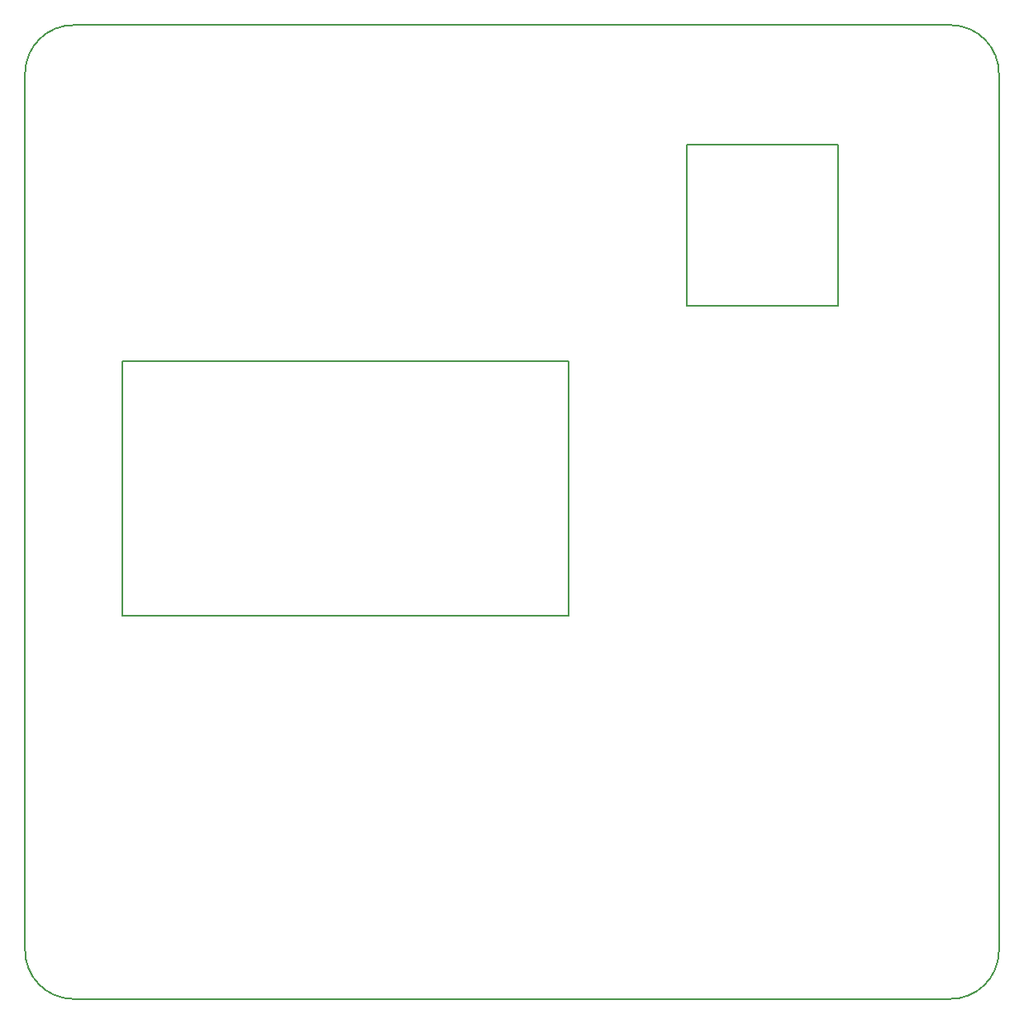
<source format=gm1>
G04 #@! TF.FileFunction,Profile,NP*
%FSLAX46Y46*%
G04 Gerber Fmt 4.6, Leading zero omitted, Abs format (unit mm)*
G04 Created by KiCad (PCBNEW 4.0.7) date 11/11/19 23:51:16*
%MOMM*%
%LPD*%
G01*
G04 APERTURE LIST*
%ADD10C,0.100000*%
%ADD11C,0.150000*%
G04 APERTURE END LIST*
D10*
D11*
X225171000Y-58242200D02*
X240665000Y-58242200D01*
X225171000Y-41732200D02*
X225171000Y-58242200D01*
X240665000Y-41732200D02*
X225171000Y-41732200D01*
X240665000Y-58216800D02*
X240665000Y-41732200D01*
X167386000Y-89992200D02*
X213106000Y-89992200D01*
X213106000Y-63957200D02*
X167386000Y-63957200D01*
X213106000Y-89992200D02*
X213106000Y-63957200D01*
X167386000Y-89992200D02*
X167386000Y-89357200D01*
X162369500Y-129286000D02*
X162306000Y-129286000D01*
X257175000Y-34544000D02*
X257175000Y-124396500D01*
X162433000Y-29527500D02*
X252285500Y-29527500D01*
X157416500Y-124269500D02*
X157416500Y-34417000D01*
X252158500Y-129286000D02*
X162369500Y-129286000D01*
X167386000Y-89484200D02*
X167386000Y-63957200D01*
X213106000Y-89992200D02*
X167386000Y-89992200D01*
X252158500Y-129286000D02*
G75*
G03X257175000Y-124396500I63500J4953000D01*
G01*
X157416500Y-124269500D02*
G75*
G03X162306000Y-129286000I4953000J-63500D01*
G01*
X257175000Y-34544000D02*
G75*
G03X252285500Y-29527500I-4953000J63500D01*
G01*
X162433000Y-29527500D02*
G75*
G03X157416500Y-34417000I-63500J-4953000D01*
G01*
M02*

</source>
